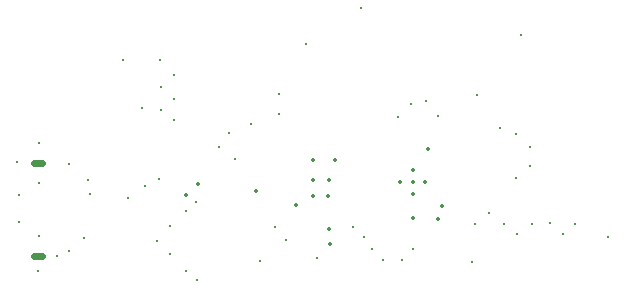
<source format=gbr>
%TF.GenerationSoftware,KiCad,Pcbnew,9.0.3*%
%TF.CreationDate,2025-09-07T06:20:15+02:00*%
%TF.ProjectId,LoTiBloxy,4c6f5469-426c-46f7-9879-2e6b69636164,rev?*%
%TF.SameCoordinates,Original*%
%TF.FileFunction,Plated,1,2,PTH,Mixed*%
%TF.FilePolarity,Positive*%
%FSLAX46Y46*%
G04 Gerber Fmt 4.6, Leading zero omitted, Abs format (unit mm)*
G04 Created by KiCad (PCBNEW 9.0.3) date 2025-09-07 06:20:15*
%MOMM*%
%LPD*%
G01*
G04 APERTURE LIST*
%TA.AperFunction,ViaDrill*%
%ADD10C,0.300000*%
%TD*%
%TA.AperFunction,ViaDrill*%
%ADD11C,0.350000*%
%TD*%
%TA.AperFunction,ComponentDrill*%
%ADD12C,0.350000*%
%TD*%
G04 aperture for slot hole*
%TA.AperFunction,ComponentDrill*%
%ADD13C,0.609600*%
%TD*%
G04 APERTURE END LIST*
D10*
X81000000Y-97600000D03*
X81200000Y-102700000D03*
X81225000Y-100375000D03*
X82800000Y-106825000D03*
X82850000Y-95950000D03*
X82850000Y-99400000D03*
X82850000Y-103850000D03*
X84375000Y-105525000D03*
X85400000Y-105150000D03*
X85450000Y-97750000D03*
X86732618Y-104056948D03*
X87050000Y-99100000D03*
X87200000Y-100250000D03*
X90000000Y-88975000D03*
X90450000Y-100600000D03*
X91650000Y-93000000D03*
X91850000Y-99650000D03*
X92850000Y-104250000D03*
X93088873Y-99038873D03*
X93175000Y-88975000D03*
X93200000Y-91200000D03*
X93250000Y-93200000D03*
X93975000Y-102991294D03*
X93975000Y-105374400D03*
X94300000Y-90200000D03*
X94300000Y-94000000D03*
X94350000Y-92250000D03*
X95321600Y-106771600D03*
X95325000Y-101750000D03*
X96174700Y-100975300D03*
X96250000Y-107600000D03*
X98166800Y-96316800D03*
X98960000Y-95140000D03*
X99475000Y-97325000D03*
X100875000Y-94350000D03*
X101600000Y-106000000D03*
X102880000Y-103105000D03*
X103250000Y-91850000D03*
X103250000Y-93475000D03*
X103775000Y-104200000D03*
X105475000Y-87600000D03*
X106400000Y-105750000D03*
X109480000Y-103080000D03*
X110175000Y-84575000D03*
X110375000Y-103896400D03*
X111060735Y-104909137D03*
X112050000Y-105850000D03*
X113300000Y-93738196D03*
X113600000Y-105850000D03*
X114350000Y-92700000D03*
X114525000Y-104925000D03*
X115640000Y-92410000D03*
X116700000Y-93700000D03*
X119585000Y-106050001D03*
X119845000Y-102795000D03*
X120000000Y-91875000D03*
X120950000Y-101900000D03*
X121900000Y-94700000D03*
X122301804Y-102798196D03*
X123245000Y-98895000D03*
X123250000Y-95200000D03*
X123390000Y-103640000D03*
X123700000Y-86800000D03*
X124495000Y-97955000D03*
X124500000Y-96300000D03*
X124600000Y-102800000D03*
X126150000Y-102725000D03*
X127250000Y-103650000D03*
X128250000Y-102800000D03*
X131075000Y-103900000D03*
D11*
X95376600Y-100406600D03*
X96331902Y-99451298D03*
X101281475Y-100025000D03*
X104650000Y-101200000D03*
X106050000Y-97400000D03*
X106100000Y-99100000D03*
X106104000Y-100500000D03*
X107354000Y-100500000D03*
X107430000Y-99100000D03*
X107450000Y-103215000D03*
X107500000Y-104565000D03*
X107975000Y-97400000D03*
X114550000Y-102300000D03*
X115800000Y-96450000D03*
X116659018Y-102379509D03*
X117043200Y-101295200D03*
D12*
%TO.C,U2*%
X113465000Y-99268196D03*
X114539997Y-99268196D03*
X114540000Y-98218196D03*
X114540000Y-100318196D03*
X115565000Y-99268196D03*
D13*
%TO.C,J3*%
X83172199Y-97625000D02*
X82486399Y-97625000D01*
X83172199Y-105525000D02*
X82486399Y-105525000D01*
M02*

</source>
